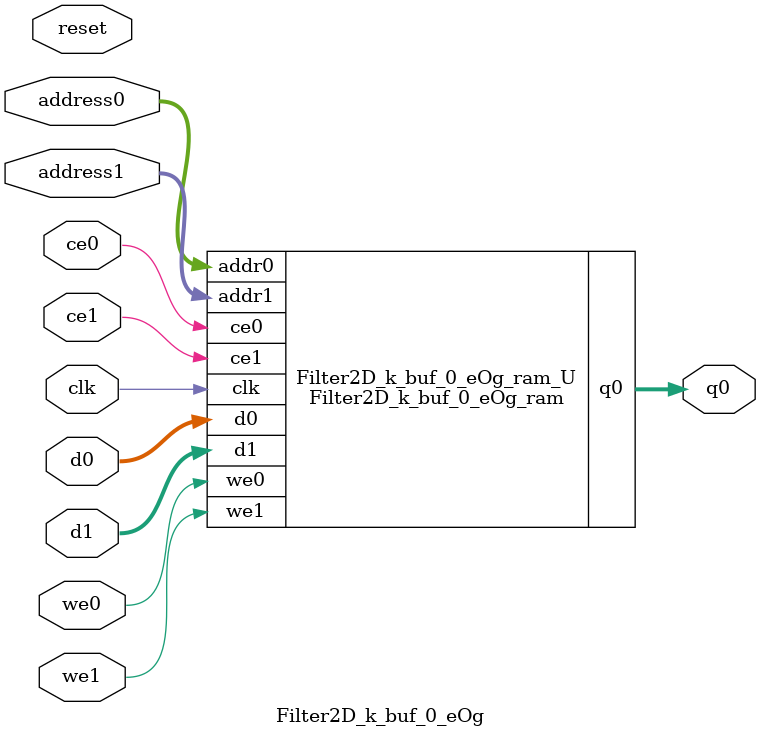
<source format=v>
`timescale 1 ns / 1 ps
module Filter2D_k_buf_0_eOg_ram (addr0, ce0, d0, we0, q0, addr1, ce1, d1, we1,  clk);

parameter DWIDTH = 8;
parameter AWIDTH = 10;
parameter MEM_SIZE = 640;

input[AWIDTH-1:0] addr0;
input ce0;
input[DWIDTH-1:0] d0;
input we0;
output reg[DWIDTH-1:0] q0;
input[AWIDTH-1:0] addr1;
input ce1;
input[DWIDTH-1:0] d1;
input we1;
input clk;

(* ram_style = "block" *)reg [DWIDTH-1:0] ram[0:MEM_SIZE-1];




always @(posedge clk)  
begin 
    if (ce0) begin
        if (we0) 
            ram[addr0] <= d0; 
        q0 <= ram[addr0];
    end
end


always @(posedge clk)  
begin 
    if (ce1) begin
        if (we1) 
            ram[addr1] <= d1; 
    end
end


endmodule

`timescale 1 ns / 1 ps
module Filter2D_k_buf_0_eOg(
    reset,
    clk,
    address0,
    ce0,
    we0,
    d0,
    q0,
    address1,
    ce1,
    we1,
    d1);

parameter DataWidth = 32'd8;
parameter AddressRange = 32'd640;
parameter AddressWidth = 32'd10;
input reset;
input clk;
input[AddressWidth - 1:0] address0;
input ce0;
input we0;
input[DataWidth - 1:0] d0;
output[DataWidth - 1:0] q0;
input[AddressWidth - 1:0] address1;
input ce1;
input we1;
input[DataWidth - 1:0] d1;



Filter2D_k_buf_0_eOg_ram Filter2D_k_buf_0_eOg_ram_U(
    .clk( clk ),
    .addr0( address0 ),
    .ce0( ce0 ),
    .we0( we0 ),
    .d0( d0 ),
    .q0( q0 ),
    .addr1( address1 ),
    .ce1( ce1 ),
    .we1( we1 ),
    .d1( d1 ));

endmodule


</source>
